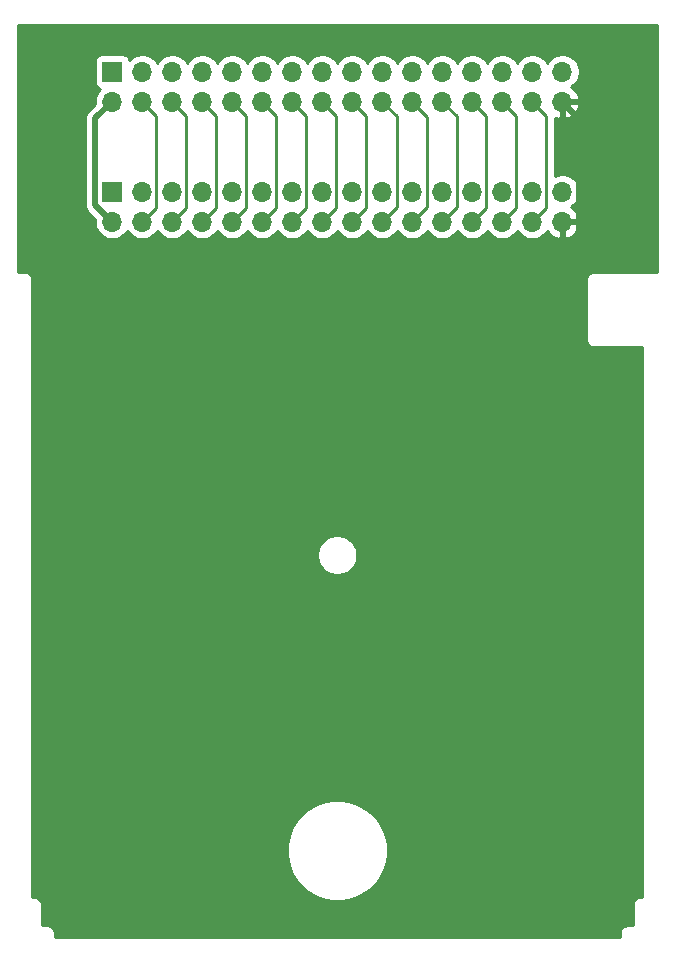
<source format=gbl>
%TF.GenerationSoftware,KiCad,Pcbnew,(5.1.10-1-10_14)*%
%TF.CreationDate,2023-04-29T19:49:45+08:00*%
%TF.ProjectId,GB_DevCartExtender_Mainboard,47425f44-6576-4436-9172-74457874656e,1.0*%
%TF.SameCoordinates,Original*%
%TF.FileFunction,Copper,L2,Bot*%
%TF.FilePolarity,Positive*%
%FSLAX46Y46*%
G04 Gerber Fmt 4.6, Leading zero omitted, Abs format (unit mm)*
G04 Created by KiCad (PCBNEW (5.1.10-1-10_14)) date 2023-04-29 19:49:45*
%MOMM*%
%LPD*%
G01*
G04 APERTURE LIST*
%TA.AperFunction,ComponentPad*%
%ADD10O,1.700000X1.700000*%
%TD*%
%TA.AperFunction,ComponentPad*%
%ADD11R,1.700000X1.700000*%
%TD*%
%TA.AperFunction,ViaPad*%
%ADD12C,0.800000*%
%TD*%
%TA.AperFunction,Conductor*%
%ADD13C,0.500000*%
%TD*%
%TA.AperFunction,Conductor*%
%ADD14C,0.250000*%
%TD*%
%TA.AperFunction,Conductor*%
%ADD15C,0.254000*%
%TD*%
%TA.AperFunction,Conductor*%
%ADD16C,0.100000*%
%TD*%
G04 APERTURE END LIST*
D10*
%TO.P,J5,32*%
%TO.N,GND*%
X108650000Y-76500000D03*
%TO.P,J5,31*%
%TO.N,/AAudioIn*%
X108650000Y-73960000D03*
%TO.P,J5,30*%
%TO.N,/~ARST*%
X106110000Y-76500000D03*
%TO.P,J5,29*%
%TO.N,/AD7*%
X106110000Y-73960000D03*
%TO.P,J5,28*%
%TO.N,/AD6*%
X103570000Y-76500000D03*
%TO.P,J5,27*%
%TO.N,/AD5*%
X103570000Y-73960000D03*
%TO.P,J5,26*%
%TO.N,/AD4*%
X101030000Y-76500000D03*
%TO.P,J5,25*%
%TO.N,/AD3*%
X101030000Y-73960000D03*
%TO.P,J5,24*%
%TO.N,/AD2*%
X98490000Y-76500000D03*
%TO.P,J5,23*%
%TO.N,/AD1*%
X98490000Y-73960000D03*
%TO.P,J5,22*%
%TO.N,/AD0*%
X95950000Y-76500000D03*
%TO.P,J5,21*%
%TO.N,/AA15*%
X95950000Y-73960000D03*
%TO.P,J5,20*%
%TO.N,/AA14*%
X93410000Y-76500000D03*
%TO.P,J5,19*%
%TO.N,/AA13*%
X93410000Y-73960000D03*
%TO.P,J5,18*%
%TO.N,/AA12*%
X90870000Y-76500000D03*
%TO.P,J5,17*%
%TO.N,/AA11*%
X90870000Y-73960000D03*
%TO.P,J5,16*%
%TO.N,/AA10*%
X88330000Y-76500000D03*
%TO.P,J5,15*%
%TO.N,/AA9*%
X88330000Y-73960000D03*
%TO.P,J5,14*%
%TO.N,/AA8*%
X85790000Y-76500000D03*
%TO.P,J5,13*%
%TO.N,/AA7*%
X85790000Y-73960000D03*
%TO.P,J5,12*%
%TO.N,/AA6*%
X83250000Y-76500000D03*
%TO.P,J5,11*%
%TO.N,/AA5*%
X83250000Y-73960000D03*
%TO.P,J5,10*%
%TO.N,/AA4*%
X80710000Y-76500000D03*
%TO.P,J5,9*%
%TO.N,/AA3*%
X80710000Y-73960000D03*
%TO.P,J5,8*%
%TO.N,/AA2*%
X78170000Y-76500000D03*
%TO.P,J5,7*%
%TO.N,/AA1*%
X78170000Y-73960000D03*
%TO.P,J5,6*%
%TO.N,/AA0*%
X75630000Y-76500000D03*
%TO.P,J5,5*%
%TO.N,/~ASRAM_CS*%
X75630000Y-73960000D03*
%TO.P,J5,4*%
%TO.N,/~ARD*%
X73090000Y-76500000D03*
%TO.P,J5,3*%
%TO.N,/~AWR*%
X73090000Y-73960000D03*
%TO.P,J5,2*%
%TO.N,/ACLK*%
X70550000Y-76500000D03*
D11*
%TO.P,J5,1*%
%TO.N,+5V*%
X70550000Y-73960000D03*
%TD*%
D10*
%TO.P,J4,32*%
%TO.N,GND*%
X108650000Y-86660000D03*
%TO.P,J4,31*%
%TO.N,/AAudioIn*%
X108650000Y-84120000D03*
%TO.P,J4,30*%
%TO.N,/~ARST*%
X106110000Y-86660000D03*
%TO.P,J4,29*%
%TO.N,/AD7*%
X106110000Y-84120000D03*
%TO.P,J4,28*%
%TO.N,/AD6*%
X103570000Y-86660000D03*
%TO.P,J4,27*%
%TO.N,/AD5*%
X103570000Y-84120000D03*
%TO.P,J4,26*%
%TO.N,/AD4*%
X101030000Y-86660000D03*
%TO.P,J4,25*%
%TO.N,/AD3*%
X101030000Y-84120000D03*
%TO.P,J4,24*%
%TO.N,/AD2*%
X98490000Y-86660000D03*
%TO.P,J4,23*%
%TO.N,/AD1*%
X98490000Y-84120000D03*
%TO.P,J4,22*%
%TO.N,/AD0*%
X95950000Y-86660000D03*
%TO.P,J4,21*%
%TO.N,/AA15*%
X95950000Y-84120000D03*
%TO.P,J4,20*%
%TO.N,/AA14*%
X93410000Y-86660000D03*
%TO.P,J4,19*%
%TO.N,/AA13*%
X93410000Y-84120000D03*
%TO.P,J4,18*%
%TO.N,/AA12*%
X90870000Y-86660000D03*
%TO.P,J4,17*%
%TO.N,/AA11*%
X90870000Y-84120000D03*
%TO.P,J4,16*%
%TO.N,/AA10*%
X88330000Y-86660000D03*
%TO.P,J4,15*%
%TO.N,/AA9*%
X88330000Y-84120000D03*
%TO.P,J4,14*%
%TO.N,/AA8*%
X85790000Y-86660000D03*
%TO.P,J4,13*%
%TO.N,/AA7*%
X85790000Y-84120000D03*
%TO.P,J4,12*%
%TO.N,/AA6*%
X83250000Y-86660000D03*
%TO.P,J4,11*%
%TO.N,/AA5*%
X83250000Y-84120000D03*
%TO.P,J4,10*%
%TO.N,/AA4*%
X80710000Y-86660000D03*
%TO.P,J4,9*%
%TO.N,/AA3*%
X80710000Y-84120000D03*
%TO.P,J4,8*%
%TO.N,/AA2*%
X78170000Y-86660000D03*
%TO.P,J4,7*%
%TO.N,/AA1*%
X78170000Y-84120000D03*
%TO.P,J4,6*%
%TO.N,/AA0*%
X75630000Y-86660000D03*
%TO.P,J4,5*%
%TO.N,/~ASRAM_CS*%
X75630000Y-84120000D03*
%TO.P,J4,4*%
%TO.N,/~ARD*%
X73090000Y-86660000D03*
%TO.P,J4,3*%
%TO.N,/~AWR*%
X73090000Y-84120000D03*
%TO.P,J4,2*%
%TO.N,/ACLK*%
X70550000Y-86660000D03*
D11*
%TO.P,J4,1*%
%TO.N,+5V*%
X70550000Y-84120000D03*
%TD*%
D12*
%TO.N,GND*%
X113000000Y-99549300D03*
%TD*%
D13*
%TO.N,GND*%
X113000000Y-99549300D02*
X110093300Y-96642600D01*
X110093300Y-96642600D02*
X110093300Y-86660000D01*
X110000100Y-86660000D02*
X110093300Y-86660000D01*
X108650000Y-86660000D02*
X110000100Y-86660000D01*
X110093300Y-77943300D02*
X108650000Y-76500000D01*
X110093300Y-86660000D02*
X110093300Y-77943300D01*
D14*
%TO.N,/~ARST*%
X107295200Y-77685200D02*
X106110000Y-76500000D01*
X107295200Y-85474800D02*
X107295200Y-77685200D01*
X106110000Y-86660000D02*
X107295200Y-85474800D01*
%TO.N,/AD6*%
X104764200Y-77694200D02*
X103570000Y-76500000D01*
X104764200Y-85465800D02*
X104764200Y-77694200D01*
X103570000Y-86660000D02*
X104764200Y-85465800D01*
%TO.N,/AD4*%
X102220600Y-77690600D02*
X102220600Y-85469400D01*
X101030000Y-76500000D02*
X102220600Y-77690600D01*
X101030000Y-86660000D02*
X102220600Y-85469400D01*
%TO.N,/AD2*%
X98490000Y-86660000D02*
X99700000Y-85450000D01*
X99700000Y-77710000D02*
X98490000Y-76500000D01*
X99700000Y-85450000D02*
X99700000Y-77710000D01*
%TO.N,/AD0*%
X95950000Y-86660000D02*
X97210000Y-85400000D01*
X97210000Y-77760000D02*
X95950000Y-76500000D01*
X97210000Y-85400000D02*
X97210000Y-77760000D01*
%TO.N,/AA14*%
X93410000Y-86660000D02*
X94650000Y-85420000D01*
X94650000Y-77740000D02*
X93410000Y-76500000D01*
X94650000Y-85420000D02*
X94650000Y-77740000D01*
%TO.N,/AA12*%
X92064200Y-85465800D02*
X90870000Y-86660000D01*
X92064200Y-77694200D02*
X92064200Y-85465800D01*
X90870000Y-76500000D02*
X92064200Y-77694200D01*
%TO.N,/AA10*%
X89524200Y-77694200D02*
X89524200Y-85465800D01*
X89524200Y-85465800D02*
X88330000Y-86660000D01*
X88330000Y-76500000D02*
X89524200Y-77694200D01*
%TO.N,/AA8*%
X86984200Y-85465800D02*
X85790000Y-86660000D01*
X86984200Y-77694200D02*
X86984200Y-85465800D01*
X85790000Y-76500000D02*
X86984200Y-77694200D01*
%TO.N,/AA6*%
X84444200Y-85465800D02*
X83250000Y-86660000D01*
X84444200Y-77694200D02*
X84444200Y-85465800D01*
X83250000Y-76500000D02*
X84444200Y-77694200D01*
%TO.N,/AA4*%
X81904200Y-85465800D02*
X80710000Y-86660000D01*
X81904200Y-77694200D02*
X81904200Y-85465800D01*
X80710000Y-76500000D02*
X81904200Y-77694200D01*
%TO.N,/AA2*%
X79364200Y-77694200D02*
X79364200Y-85465800D01*
X79364200Y-85465800D02*
X78170000Y-86660000D01*
X78170000Y-76500000D02*
X79364200Y-77694200D01*
%TO.N,/AA0*%
X76824200Y-85465800D02*
X75630000Y-86660000D01*
X76824200Y-77694200D02*
X76824200Y-85465800D01*
X75630000Y-76500000D02*
X76824200Y-77694200D01*
%TO.N,/~ARD*%
X74280600Y-85469400D02*
X73090000Y-86660000D01*
X74280600Y-77690600D02*
X74280600Y-85469400D01*
X73090000Y-76500000D02*
X74280600Y-77690600D01*
D13*
%TO.N,/ACLK*%
X69129900Y-77920100D02*
X70550000Y-76500000D01*
X69129900Y-85239900D02*
X69129900Y-77920100D01*
X70550000Y-86660000D02*
X69129900Y-85239900D01*
%TD*%
D15*
%TO.N,GND*%
X116665001Y-90915000D02*
X111383647Y-90915000D01*
X111350000Y-90911686D01*
X111316353Y-90915000D01*
X111215717Y-90924912D01*
X111086594Y-90964081D01*
X110967593Y-91027688D01*
X110863289Y-91113289D01*
X110777688Y-91217593D01*
X110714081Y-91336594D01*
X110674912Y-91465717D01*
X110661686Y-91600000D01*
X110665000Y-91633646D01*
X110665000Y-92066354D01*
X110665001Y-96566343D01*
X110661686Y-96600000D01*
X110674912Y-96734283D01*
X110714081Y-96863406D01*
X110777688Y-96982407D01*
X110863289Y-97086711D01*
X110967593Y-97172312D01*
X111004094Y-97191822D01*
X111007667Y-97203601D01*
X111019403Y-97225557D01*
X111035197Y-97244803D01*
X111054443Y-97260597D01*
X111076399Y-97272333D01*
X111100224Y-97279560D01*
X111125000Y-97282000D01*
X111285894Y-97282000D01*
X111316353Y-97285000D01*
X111350000Y-97288314D01*
X111383647Y-97285000D01*
X115415000Y-97285000D01*
X115415001Y-143815000D01*
X115333647Y-143815000D01*
X115300000Y-143811686D01*
X115266353Y-143815000D01*
X115165717Y-143824912D01*
X115036594Y-143864081D01*
X114917593Y-143927688D01*
X114813289Y-144013289D01*
X114727688Y-144117593D01*
X114664081Y-144236594D01*
X114624912Y-144365717D01*
X114611686Y-144500000D01*
X114615001Y-144533657D01*
X114615000Y-146215000D01*
X114233647Y-146215000D01*
X114200000Y-146211686D01*
X114166353Y-146215000D01*
X114065717Y-146224912D01*
X113936594Y-146264081D01*
X113817593Y-146327688D01*
X113713289Y-146413289D01*
X113627688Y-146517593D01*
X113594733Y-146579248D01*
X113594443Y-146579403D01*
X113575197Y-146595197D01*
X113559403Y-146614443D01*
X113547667Y-146636399D01*
X113540440Y-146660224D01*
X113538000Y-146685000D01*
X113538000Y-146722572D01*
X113524912Y-146765717D01*
X113511686Y-146900000D01*
X113515001Y-146933657D01*
X113515001Y-147193000D01*
X65685000Y-147193000D01*
X65685000Y-146933646D01*
X65688314Y-146900000D01*
X65675088Y-146765717D01*
X65635919Y-146636594D01*
X65572312Y-146517593D01*
X65486711Y-146413289D01*
X65382407Y-146327688D01*
X65263406Y-146264081D01*
X65134283Y-146224912D01*
X65033647Y-146215000D01*
X65000000Y-146211686D01*
X64966353Y-146215000D01*
X64585000Y-146215000D01*
X64585000Y-144533646D01*
X64588314Y-144500000D01*
X64575088Y-144365717D01*
X64535919Y-144236594D01*
X64472312Y-144117593D01*
X64386711Y-144013289D01*
X64282407Y-143927688D01*
X64163406Y-143864081D01*
X64034283Y-143824912D01*
X63933647Y-143815000D01*
X63900000Y-143811686D01*
X63866353Y-143815000D01*
X63785000Y-143815000D01*
X63785000Y-139478036D01*
X85315730Y-139478036D01*
X85315730Y-140321964D01*
X85480372Y-141149676D01*
X85803329Y-141929363D01*
X86272190Y-142631063D01*
X86868937Y-143227810D01*
X87570637Y-143696671D01*
X88350324Y-144019628D01*
X89178036Y-144184270D01*
X90021964Y-144184270D01*
X90849676Y-144019628D01*
X91629363Y-143696671D01*
X92331063Y-143227810D01*
X92927810Y-142631063D01*
X93396671Y-141929363D01*
X93719628Y-141149676D01*
X93884270Y-140321964D01*
X93884270Y-139478036D01*
X93719628Y-138650324D01*
X93396671Y-137870637D01*
X92927810Y-137168937D01*
X92331063Y-136572190D01*
X91629363Y-136103329D01*
X90849676Y-135780372D01*
X90021964Y-135615730D01*
X89178036Y-135615730D01*
X88350324Y-135780372D01*
X87570637Y-136103329D01*
X86868937Y-136572190D01*
X86272190Y-137168937D01*
X85803329Y-137870637D01*
X85480372Y-138650324D01*
X85315730Y-139478036D01*
X63785000Y-139478036D01*
X63785000Y-114732881D01*
X87903210Y-114732881D01*
X87903210Y-115067119D01*
X87968417Y-115394935D01*
X88096324Y-115703731D01*
X88282017Y-115981641D01*
X88518359Y-116217983D01*
X88796269Y-116403676D01*
X89105065Y-116531583D01*
X89432881Y-116596790D01*
X89767119Y-116596790D01*
X90094935Y-116531583D01*
X90403731Y-116403676D01*
X90681641Y-116217983D01*
X90917983Y-115981641D01*
X91103676Y-115703731D01*
X91231583Y-115394935D01*
X91296790Y-115067119D01*
X91296790Y-114732881D01*
X91231583Y-114405065D01*
X91103676Y-114096269D01*
X90917983Y-113818359D01*
X90681641Y-113582017D01*
X90403731Y-113396324D01*
X90094935Y-113268417D01*
X89767119Y-113203210D01*
X89432881Y-113203210D01*
X89105065Y-113268417D01*
X88796269Y-113396324D01*
X88518359Y-113582017D01*
X88282017Y-113818359D01*
X88096324Y-114096269D01*
X87968417Y-114405065D01*
X87903210Y-114732881D01*
X63785000Y-114732881D01*
X63785000Y-91633646D01*
X63788314Y-91600000D01*
X63775088Y-91465717D01*
X63735919Y-91336594D01*
X63672312Y-91217593D01*
X63586711Y-91113289D01*
X63482407Y-91027688D01*
X63363406Y-90964081D01*
X63234283Y-90924912D01*
X63133647Y-90915000D01*
X63100000Y-90911686D01*
X63066353Y-90915000D01*
X62535000Y-90915000D01*
X62535000Y-77920100D01*
X68240619Y-77920100D01*
X68244901Y-77963579D01*
X68244900Y-85196431D01*
X68240619Y-85239900D01*
X68244900Y-85283369D01*
X68244900Y-85283376D01*
X68257705Y-85413389D01*
X68308311Y-85580212D01*
X68390489Y-85733958D01*
X68501083Y-85868717D01*
X68534856Y-85896434D01*
X69079461Y-86441040D01*
X69065000Y-86513740D01*
X69065000Y-86806260D01*
X69122068Y-87093158D01*
X69234010Y-87363411D01*
X69396525Y-87606632D01*
X69603368Y-87813475D01*
X69846589Y-87975990D01*
X70116842Y-88087932D01*
X70403740Y-88145000D01*
X70696260Y-88145000D01*
X70983158Y-88087932D01*
X71253411Y-87975990D01*
X71496632Y-87813475D01*
X71703475Y-87606632D01*
X71820000Y-87432240D01*
X71936525Y-87606632D01*
X72143368Y-87813475D01*
X72386589Y-87975990D01*
X72656842Y-88087932D01*
X72943740Y-88145000D01*
X73236260Y-88145000D01*
X73523158Y-88087932D01*
X73793411Y-87975990D01*
X74036632Y-87813475D01*
X74243475Y-87606632D01*
X74360000Y-87432240D01*
X74476525Y-87606632D01*
X74683368Y-87813475D01*
X74926589Y-87975990D01*
X75196842Y-88087932D01*
X75483740Y-88145000D01*
X75776260Y-88145000D01*
X76063158Y-88087932D01*
X76333411Y-87975990D01*
X76576632Y-87813475D01*
X76783475Y-87606632D01*
X76900000Y-87432240D01*
X77016525Y-87606632D01*
X77223368Y-87813475D01*
X77466589Y-87975990D01*
X77736842Y-88087932D01*
X78023740Y-88145000D01*
X78316260Y-88145000D01*
X78603158Y-88087932D01*
X78873411Y-87975990D01*
X79116632Y-87813475D01*
X79323475Y-87606632D01*
X79440000Y-87432240D01*
X79556525Y-87606632D01*
X79763368Y-87813475D01*
X80006589Y-87975990D01*
X80276842Y-88087932D01*
X80563740Y-88145000D01*
X80856260Y-88145000D01*
X81143158Y-88087932D01*
X81413411Y-87975990D01*
X81656632Y-87813475D01*
X81863475Y-87606632D01*
X81980000Y-87432240D01*
X82096525Y-87606632D01*
X82303368Y-87813475D01*
X82546589Y-87975990D01*
X82816842Y-88087932D01*
X83103740Y-88145000D01*
X83396260Y-88145000D01*
X83683158Y-88087932D01*
X83953411Y-87975990D01*
X84196632Y-87813475D01*
X84403475Y-87606632D01*
X84520000Y-87432240D01*
X84636525Y-87606632D01*
X84843368Y-87813475D01*
X85086589Y-87975990D01*
X85356842Y-88087932D01*
X85643740Y-88145000D01*
X85936260Y-88145000D01*
X86223158Y-88087932D01*
X86493411Y-87975990D01*
X86736632Y-87813475D01*
X86943475Y-87606632D01*
X87060000Y-87432240D01*
X87176525Y-87606632D01*
X87383368Y-87813475D01*
X87626589Y-87975990D01*
X87896842Y-88087932D01*
X88183740Y-88145000D01*
X88476260Y-88145000D01*
X88763158Y-88087932D01*
X89033411Y-87975990D01*
X89276632Y-87813475D01*
X89483475Y-87606632D01*
X89600000Y-87432240D01*
X89716525Y-87606632D01*
X89923368Y-87813475D01*
X90166589Y-87975990D01*
X90436842Y-88087932D01*
X90723740Y-88145000D01*
X91016260Y-88145000D01*
X91303158Y-88087932D01*
X91573411Y-87975990D01*
X91816632Y-87813475D01*
X92023475Y-87606632D01*
X92140000Y-87432240D01*
X92256525Y-87606632D01*
X92463368Y-87813475D01*
X92706589Y-87975990D01*
X92976842Y-88087932D01*
X93263740Y-88145000D01*
X93556260Y-88145000D01*
X93843158Y-88087932D01*
X94113411Y-87975990D01*
X94356632Y-87813475D01*
X94563475Y-87606632D01*
X94680000Y-87432240D01*
X94796525Y-87606632D01*
X95003368Y-87813475D01*
X95246589Y-87975990D01*
X95516842Y-88087932D01*
X95803740Y-88145000D01*
X96096260Y-88145000D01*
X96383158Y-88087932D01*
X96653411Y-87975990D01*
X96896632Y-87813475D01*
X97103475Y-87606632D01*
X97220000Y-87432240D01*
X97336525Y-87606632D01*
X97543368Y-87813475D01*
X97786589Y-87975990D01*
X98056842Y-88087932D01*
X98343740Y-88145000D01*
X98636260Y-88145000D01*
X98923158Y-88087932D01*
X99193411Y-87975990D01*
X99436632Y-87813475D01*
X99643475Y-87606632D01*
X99760000Y-87432240D01*
X99876525Y-87606632D01*
X100083368Y-87813475D01*
X100326589Y-87975990D01*
X100596842Y-88087932D01*
X100883740Y-88145000D01*
X101176260Y-88145000D01*
X101463158Y-88087932D01*
X101733411Y-87975990D01*
X101976632Y-87813475D01*
X102183475Y-87606632D01*
X102300000Y-87432240D01*
X102416525Y-87606632D01*
X102623368Y-87813475D01*
X102866589Y-87975990D01*
X103136842Y-88087932D01*
X103423740Y-88145000D01*
X103716260Y-88145000D01*
X104003158Y-88087932D01*
X104273411Y-87975990D01*
X104516632Y-87813475D01*
X104723475Y-87606632D01*
X104840000Y-87432240D01*
X104956525Y-87606632D01*
X105163368Y-87813475D01*
X105406589Y-87975990D01*
X105676842Y-88087932D01*
X105963740Y-88145000D01*
X106256260Y-88145000D01*
X106543158Y-88087932D01*
X106813411Y-87975990D01*
X107056632Y-87813475D01*
X107263475Y-87606632D01*
X107385195Y-87424466D01*
X107454822Y-87541355D01*
X107649731Y-87757588D01*
X107883080Y-87931641D01*
X108145901Y-88056825D01*
X108293110Y-88101476D01*
X108523000Y-87980155D01*
X108523000Y-86787000D01*
X108777000Y-86787000D01*
X108777000Y-87980155D01*
X109006890Y-88101476D01*
X109154099Y-88056825D01*
X109416920Y-87931641D01*
X109650269Y-87757588D01*
X109845178Y-87541355D01*
X109994157Y-87291252D01*
X110091481Y-87016891D01*
X109970814Y-86787000D01*
X108777000Y-86787000D01*
X108523000Y-86787000D01*
X108503000Y-86787000D01*
X108503000Y-86533000D01*
X108523000Y-86533000D01*
X108523000Y-86513000D01*
X108777000Y-86513000D01*
X108777000Y-86533000D01*
X109970814Y-86533000D01*
X110091481Y-86303109D01*
X109994157Y-86028748D01*
X109845178Y-85778645D01*
X109650269Y-85562412D01*
X109420594Y-85391100D01*
X109596632Y-85273475D01*
X109803475Y-85066632D01*
X109965990Y-84823411D01*
X110077932Y-84553158D01*
X110135000Y-84266260D01*
X110135000Y-83973740D01*
X110077932Y-83686842D01*
X109965990Y-83416589D01*
X109803475Y-83173368D01*
X109596632Y-82966525D01*
X109353411Y-82804010D01*
X109083158Y-82692068D01*
X108796260Y-82635000D01*
X108503740Y-82635000D01*
X108216842Y-82692068D01*
X108055200Y-82759022D01*
X108055200Y-77853623D01*
X108145901Y-77896825D01*
X108293110Y-77941476D01*
X108523000Y-77820155D01*
X108523000Y-76627000D01*
X108777000Y-76627000D01*
X108777000Y-77820155D01*
X109006890Y-77941476D01*
X109154099Y-77896825D01*
X109416920Y-77771641D01*
X109650269Y-77597588D01*
X109845178Y-77381355D01*
X109994157Y-77131252D01*
X110091481Y-76856891D01*
X109970814Y-76627000D01*
X108777000Y-76627000D01*
X108523000Y-76627000D01*
X108503000Y-76627000D01*
X108503000Y-76373000D01*
X108523000Y-76373000D01*
X108523000Y-76353000D01*
X108777000Y-76353000D01*
X108777000Y-76373000D01*
X109970814Y-76373000D01*
X110091481Y-76143109D01*
X109994157Y-75868748D01*
X109845178Y-75618645D01*
X109650269Y-75402412D01*
X109420594Y-75231100D01*
X109596632Y-75113475D01*
X109803475Y-74906632D01*
X109965990Y-74663411D01*
X110077932Y-74393158D01*
X110135000Y-74106260D01*
X110135000Y-73813740D01*
X110077932Y-73526842D01*
X109965990Y-73256589D01*
X109803475Y-73013368D01*
X109596632Y-72806525D01*
X109353411Y-72644010D01*
X109083158Y-72532068D01*
X108796260Y-72475000D01*
X108503740Y-72475000D01*
X108216842Y-72532068D01*
X107946589Y-72644010D01*
X107703368Y-72806525D01*
X107496525Y-73013368D01*
X107380000Y-73187760D01*
X107263475Y-73013368D01*
X107056632Y-72806525D01*
X106813411Y-72644010D01*
X106543158Y-72532068D01*
X106256260Y-72475000D01*
X105963740Y-72475000D01*
X105676842Y-72532068D01*
X105406589Y-72644010D01*
X105163368Y-72806525D01*
X104956525Y-73013368D01*
X104840000Y-73187760D01*
X104723475Y-73013368D01*
X104516632Y-72806525D01*
X104273411Y-72644010D01*
X104003158Y-72532068D01*
X103716260Y-72475000D01*
X103423740Y-72475000D01*
X103136842Y-72532068D01*
X102866589Y-72644010D01*
X102623368Y-72806525D01*
X102416525Y-73013368D01*
X102300000Y-73187760D01*
X102183475Y-73013368D01*
X101976632Y-72806525D01*
X101733411Y-72644010D01*
X101463158Y-72532068D01*
X101176260Y-72475000D01*
X100883740Y-72475000D01*
X100596842Y-72532068D01*
X100326589Y-72644010D01*
X100083368Y-72806525D01*
X99876525Y-73013368D01*
X99760000Y-73187760D01*
X99643475Y-73013368D01*
X99436632Y-72806525D01*
X99193411Y-72644010D01*
X98923158Y-72532068D01*
X98636260Y-72475000D01*
X98343740Y-72475000D01*
X98056842Y-72532068D01*
X97786589Y-72644010D01*
X97543368Y-72806525D01*
X97336525Y-73013368D01*
X97220000Y-73187760D01*
X97103475Y-73013368D01*
X96896632Y-72806525D01*
X96653411Y-72644010D01*
X96383158Y-72532068D01*
X96096260Y-72475000D01*
X95803740Y-72475000D01*
X95516842Y-72532068D01*
X95246589Y-72644010D01*
X95003368Y-72806525D01*
X94796525Y-73013368D01*
X94680000Y-73187760D01*
X94563475Y-73013368D01*
X94356632Y-72806525D01*
X94113411Y-72644010D01*
X93843158Y-72532068D01*
X93556260Y-72475000D01*
X93263740Y-72475000D01*
X92976842Y-72532068D01*
X92706589Y-72644010D01*
X92463368Y-72806525D01*
X92256525Y-73013368D01*
X92140000Y-73187760D01*
X92023475Y-73013368D01*
X91816632Y-72806525D01*
X91573411Y-72644010D01*
X91303158Y-72532068D01*
X91016260Y-72475000D01*
X90723740Y-72475000D01*
X90436842Y-72532068D01*
X90166589Y-72644010D01*
X89923368Y-72806525D01*
X89716525Y-73013368D01*
X89600000Y-73187760D01*
X89483475Y-73013368D01*
X89276632Y-72806525D01*
X89033411Y-72644010D01*
X88763158Y-72532068D01*
X88476260Y-72475000D01*
X88183740Y-72475000D01*
X87896842Y-72532068D01*
X87626589Y-72644010D01*
X87383368Y-72806525D01*
X87176525Y-73013368D01*
X87060000Y-73187760D01*
X86943475Y-73013368D01*
X86736632Y-72806525D01*
X86493411Y-72644010D01*
X86223158Y-72532068D01*
X85936260Y-72475000D01*
X85643740Y-72475000D01*
X85356842Y-72532068D01*
X85086589Y-72644010D01*
X84843368Y-72806525D01*
X84636525Y-73013368D01*
X84520000Y-73187760D01*
X84403475Y-73013368D01*
X84196632Y-72806525D01*
X83953411Y-72644010D01*
X83683158Y-72532068D01*
X83396260Y-72475000D01*
X83103740Y-72475000D01*
X82816842Y-72532068D01*
X82546589Y-72644010D01*
X82303368Y-72806525D01*
X82096525Y-73013368D01*
X81980000Y-73187760D01*
X81863475Y-73013368D01*
X81656632Y-72806525D01*
X81413411Y-72644010D01*
X81143158Y-72532068D01*
X80856260Y-72475000D01*
X80563740Y-72475000D01*
X80276842Y-72532068D01*
X80006589Y-72644010D01*
X79763368Y-72806525D01*
X79556525Y-73013368D01*
X79440000Y-73187760D01*
X79323475Y-73013368D01*
X79116632Y-72806525D01*
X78873411Y-72644010D01*
X78603158Y-72532068D01*
X78316260Y-72475000D01*
X78023740Y-72475000D01*
X77736842Y-72532068D01*
X77466589Y-72644010D01*
X77223368Y-72806525D01*
X77016525Y-73013368D01*
X76900000Y-73187760D01*
X76783475Y-73013368D01*
X76576632Y-72806525D01*
X76333411Y-72644010D01*
X76063158Y-72532068D01*
X75776260Y-72475000D01*
X75483740Y-72475000D01*
X75196842Y-72532068D01*
X74926589Y-72644010D01*
X74683368Y-72806525D01*
X74476525Y-73013368D01*
X74360000Y-73187760D01*
X74243475Y-73013368D01*
X74036632Y-72806525D01*
X73793411Y-72644010D01*
X73523158Y-72532068D01*
X73236260Y-72475000D01*
X72943740Y-72475000D01*
X72656842Y-72532068D01*
X72386589Y-72644010D01*
X72143368Y-72806525D01*
X72011513Y-72938380D01*
X71989502Y-72865820D01*
X71930537Y-72755506D01*
X71851185Y-72658815D01*
X71754494Y-72579463D01*
X71644180Y-72520498D01*
X71524482Y-72484188D01*
X71400000Y-72471928D01*
X69700000Y-72471928D01*
X69575518Y-72484188D01*
X69455820Y-72520498D01*
X69345506Y-72579463D01*
X69248815Y-72658815D01*
X69169463Y-72755506D01*
X69110498Y-72865820D01*
X69074188Y-72985518D01*
X69061928Y-73110000D01*
X69061928Y-74810000D01*
X69074188Y-74934482D01*
X69110498Y-75054180D01*
X69169463Y-75164494D01*
X69248815Y-75261185D01*
X69345506Y-75340537D01*
X69455820Y-75399502D01*
X69528380Y-75421513D01*
X69396525Y-75553368D01*
X69234010Y-75796589D01*
X69122068Y-76066842D01*
X69065000Y-76353740D01*
X69065000Y-76646260D01*
X69079461Y-76718960D01*
X68534851Y-77263571D01*
X68501084Y-77291283D01*
X68473371Y-77325051D01*
X68473368Y-77325054D01*
X68390490Y-77426041D01*
X68308312Y-77579787D01*
X68257705Y-77746610D01*
X68240619Y-77920100D01*
X62535000Y-77920100D01*
X62535000Y-69977000D01*
X116665000Y-69977000D01*
X116665001Y-90915000D01*
%TA.AperFunction,Conductor*%
D16*
G36*
X116665001Y-90915000D02*
G01*
X111383647Y-90915000D01*
X111350000Y-90911686D01*
X111316353Y-90915000D01*
X111215717Y-90924912D01*
X111086594Y-90964081D01*
X110967593Y-91027688D01*
X110863289Y-91113289D01*
X110777688Y-91217593D01*
X110714081Y-91336594D01*
X110674912Y-91465717D01*
X110661686Y-91600000D01*
X110665000Y-91633646D01*
X110665000Y-92066354D01*
X110665001Y-96566343D01*
X110661686Y-96600000D01*
X110674912Y-96734283D01*
X110714081Y-96863406D01*
X110777688Y-96982407D01*
X110863289Y-97086711D01*
X110967593Y-97172312D01*
X111004094Y-97191822D01*
X111007667Y-97203601D01*
X111019403Y-97225557D01*
X111035197Y-97244803D01*
X111054443Y-97260597D01*
X111076399Y-97272333D01*
X111100224Y-97279560D01*
X111125000Y-97282000D01*
X111285894Y-97282000D01*
X111316353Y-97285000D01*
X111350000Y-97288314D01*
X111383647Y-97285000D01*
X115415000Y-97285000D01*
X115415001Y-143815000D01*
X115333647Y-143815000D01*
X115300000Y-143811686D01*
X115266353Y-143815000D01*
X115165717Y-143824912D01*
X115036594Y-143864081D01*
X114917593Y-143927688D01*
X114813289Y-144013289D01*
X114727688Y-144117593D01*
X114664081Y-144236594D01*
X114624912Y-144365717D01*
X114611686Y-144500000D01*
X114615001Y-144533657D01*
X114615000Y-146215000D01*
X114233647Y-146215000D01*
X114200000Y-146211686D01*
X114166353Y-146215000D01*
X114065717Y-146224912D01*
X113936594Y-146264081D01*
X113817593Y-146327688D01*
X113713289Y-146413289D01*
X113627688Y-146517593D01*
X113594733Y-146579248D01*
X113594443Y-146579403D01*
X113575197Y-146595197D01*
X113559403Y-146614443D01*
X113547667Y-146636399D01*
X113540440Y-146660224D01*
X113538000Y-146685000D01*
X113538000Y-146722572D01*
X113524912Y-146765717D01*
X113511686Y-146900000D01*
X113515001Y-146933657D01*
X113515001Y-147193000D01*
X65685000Y-147193000D01*
X65685000Y-146933646D01*
X65688314Y-146900000D01*
X65675088Y-146765717D01*
X65635919Y-146636594D01*
X65572312Y-146517593D01*
X65486711Y-146413289D01*
X65382407Y-146327688D01*
X65263406Y-146264081D01*
X65134283Y-146224912D01*
X65033647Y-146215000D01*
X65000000Y-146211686D01*
X64966353Y-146215000D01*
X64585000Y-146215000D01*
X64585000Y-144533646D01*
X64588314Y-144500000D01*
X64575088Y-144365717D01*
X64535919Y-144236594D01*
X64472312Y-144117593D01*
X64386711Y-144013289D01*
X64282407Y-143927688D01*
X64163406Y-143864081D01*
X64034283Y-143824912D01*
X63933647Y-143815000D01*
X63900000Y-143811686D01*
X63866353Y-143815000D01*
X63785000Y-143815000D01*
X63785000Y-139478036D01*
X85315730Y-139478036D01*
X85315730Y-140321964D01*
X85480372Y-141149676D01*
X85803329Y-141929363D01*
X86272190Y-142631063D01*
X86868937Y-143227810D01*
X87570637Y-143696671D01*
X88350324Y-144019628D01*
X89178036Y-144184270D01*
X90021964Y-144184270D01*
X90849676Y-144019628D01*
X91629363Y-143696671D01*
X92331063Y-143227810D01*
X92927810Y-142631063D01*
X93396671Y-141929363D01*
X93719628Y-141149676D01*
X93884270Y-140321964D01*
X93884270Y-139478036D01*
X93719628Y-138650324D01*
X93396671Y-137870637D01*
X92927810Y-137168937D01*
X92331063Y-136572190D01*
X91629363Y-136103329D01*
X90849676Y-135780372D01*
X90021964Y-135615730D01*
X89178036Y-135615730D01*
X88350324Y-135780372D01*
X87570637Y-136103329D01*
X86868937Y-136572190D01*
X86272190Y-137168937D01*
X85803329Y-137870637D01*
X85480372Y-138650324D01*
X85315730Y-139478036D01*
X63785000Y-139478036D01*
X63785000Y-114732881D01*
X87903210Y-114732881D01*
X87903210Y-115067119D01*
X87968417Y-115394935D01*
X88096324Y-115703731D01*
X88282017Y-115981641D01*
X88518359Y-116217983D01*
X88796269Y-116403676D01*
X89105065Y-116531583D01*
X89432881Y-116596790D01*
X89767119Y-116596790D01*
X90094935Y-116531583D01*
X90403731Y-116403676D01*
X90681641Y-116217983D01*
X90917983Y-115981641D01*
X91103676Y-115703731D01*
X91231583Y-115394935D01*
X91296790Y-115067119D01*
X91296790Y-114732881D01*
X91231583Y-114405065D01*
X91103676Y-114096269D01*
X90917983Y-113818359D01*
X90681641Y-113582017D01*
X90403731Y-113396324D01*
X90094935Y-113268417D01*
X89767119Y-113203210D01*
X89432881Y-113203210D01*
X89105065Y-113268417D01*
X88796269Y-113396324D01*
X88518359Y-113582017D01*
X88282017Y-113818359D01*
X88096324Y-114096269D01*
X87968417Y-114405065D01*
X87903210Y-114732881D01*
X63785000Y-114732881D01*
X63785000Y-91633646D01*
X63788314Y-91600000D01*
X63775088Y-91465717D01*
X63735919Y-91336594D01*
X63672312Y-91217593D01*
X63586711Y-91113289D01*
X63482407Y-91027688D01*
X63363406Y-90964081D01*
X63234283Y-90924912D01*
X63133647Y-90915000D01*
X63100000Y-90911686D01*
X63066353Y-90915000D01*
X62535000Y-90915000D01*
X62535000Y-77920100D01*
X68240619Y-77920100D01*
X68244901Y-77963579D01*
X68244900Y-85196431D01*
X68240619Y-85239900D01*
X68244900Y-85283369D01*
X68244900Y-85283376D01*
X68257705Y-85413389D01*
X68308311Y-85580212D01*
X68390489Y-85733958D01*
X68501083Y-85868717D01*
X68534856Y-85896434D01*
X69079461Y-86441040D01*
X69065000Y-86513740D01*
X69065000Y-86806260D01*
X69122068Y-87093158D01*
X69234010Y-87363411D01*
X69396525Y-87606632D01*
X69603368Y-87813475D01*
X69846589Y-87975990D01*
X70116842Y-88087932D01*
X70403740Y-88145000D01*
X70696260Y-88145000D01*
X70983158Y-88087932D01*
X71253411Y-87975990D01*
X71496632Y-87813475D01*
X71703475Y-87606632D01*
X71820000Y-87432240D01*
X71936525Y-87606632D01*
X72143368Y-87813475D01*
X72386589Y-87975990D01*
X72656842Y-88087932D01*
X72943740Y-88145000D01*
X73236260Y-88145000D01*
X73523158Y-88087932D01*
X73793411Y-87975990D01*
X74036632Y-87813475D01*
X74243475Y-87606632D01*
X74360000Y-87432240D01*
X74476525Y-87606632D01*
X74683368Y-87813475D01*
X74926589Y-87975990D01*
X75196842Y-88087932D01*
X75483740Y-88145000D01*
X75776260Y-88145000D01*
X76063158Y-88087932D01*
X76333411Y-87975990D01*
X76576632Y-87813475D01*
X76783475Y-87606632D01*
X76900000Y-87432240D01*
X77016525Y-87606632D01*
X77223368Y-87813475D01*
X77466589Y-87975990D01*
X77736842Y-88087932D01*
X78023740Y-88145000D01*
X78316260Y-88145000D01*
X78603158Y-88087932D01*
X78873411Y-87975990D01*
X79116632Y-87813475D01*
X79323475Y-87606632D01*
X79440000Y-87432240D01*
X79556525Y-87606632D01*
X79763368Y-87813475D01*
X80006589Y-87975990D01*
X80276842Y-88087932D01*
X80563740Y-88145000D01*
X80856260Y-88145000D01*
X81143158Y-88087932D01*
X81413411Y-87975990D01*
X81656632Y-87813475D01*
X81863475Y-87606632D01*
X81980000Y-87432240D01*
X82096525Y-87606632D01*
X82303368Y-87813475D01*
X82546589Y-87975990D01*
X82816842Y-88087932D01*
X83103740Y-88145000D01*
X83396260Y-88145000D01*
X83683158Y-88087932D01*
X83953411Y-87975990D01*
X84196632Y-87813475D01*
X84403475Y-87606632D01*
X84520000Y-87432240D01*
X84636525Y-87606632D01*
X84843368Y-87813475D01*
X85086589Y-87975990D01*
X85356842Y-88087932D01*
X85643740Y-88145000D01*
X85936260Y-88145000D01*
X86223158Y-88087932D01*
X86493411Y-87975990D01*
X86736632Y-87813475D01*
X86943475Y-87606632D01*
X87060000Y-87432240D01*
X87176525Y-87606632D01*
X87383368Y-87813475D01*
X87626589Y-87975990D01*
X87896842Y-88087932D01*
X88183740Y-88145000D01*
X88476260Y-88145000D01*
X88763158Y-88087932D01*
X89033411Y-87975990D01*
X89276632Y-87813475D01*
X89483475Y-87606632D01*
X89600000Y-87432240D01*
X89716525Y-87606632D01*
X89923368Y-87813475D01*
X90166589Y-87975990D01*
X90436842Y-88087932D01*
X90723740Y-88145000D01*
X91016260Y-88145000D01*
X91303158Y-88087932D01*
X91573411Y-87975990D01*
X91816632Y-87813475D01*
X92023475Y-87606632D01*
X92140000Y-87432240D01*
X92256525Y-87606632D01*
X92463368Y-87813475D01*
X92706589Y-87975990D01*
X92976842Y-88087932D01*
X93263740Y-88145000D01*
X93556260Y-88145000D01*
X93843158Y-88087932D01*
X94113411Y-87975990D01*
X94356632Y-87813475D01*
X94563475Y-87606632D01*
X94680000Y-87432240D01*
X94796525Y-87606632D01*
X95003368Y-87813475D01*
X95246589Y-87975990D01*
X95516842Y-88087932D01*
X95803740Y-88145000D01*
X96096260Y-88145000D01*
X96383158Y-88087932D01*
X96653411Y-87975990D01*
X96896632Y-87813475D01*
X97103475Y-87606632D01*
X97220000Y-87432240D01*
X97336525Y-87606632D01*
X97543368Y-87813475D01*
X97786589Y-87975990D01*
X98056842Y-88087932D01*
X98343740Y-88145000D01*
X98636260Y-88145000D01*
X98923158Y-88087932D01*
X99193411Y-87975990D01*
X99436632Y-87813475D01*
X99643475Y-87606632D01*
X99760000Y-87432240D01*
X99876525Y-87606632D01*
X100083368Y-87813475D01*
X100326589Y-87975990D01*
X100596842Y-88087932D01*
X100883740Y-88145000D01*
X101176260Y-88145000D01*
X101463158Y-88087932D01*
X101733411Y-87975990D01*
X101976632Y-87813475D01*
X102183475Y-87606632D01*
X102300000Y-87432240D01*
X102416525Y-87606632D01*
X102623368Y-87813475D01*
X102866589Y-87975990D01*
X103136842Y-88087932D01*
X103423740Y-88145000D01*
X103716260Y-88145000D01*
X104003158Y-88087932D01*
X104273411Y-87975990D01*
X104516632Y-87813475D01*
X104723475Y-87606632D01*
X104840000Y-87432240D01*
X104956525Y-87606632D01*
X105163368Y-87813475D01*
X105406589Y-87975990D01*
X105676842Y-88087932D01*
X105963740Y-88145000D01*
X106256260Y-88145000D01*
X106543158Y-88087932D01*
X106813411Y-87975990D01*
X107056632Y-87813475D01*
X107263475Y-87606632D01*
X107385195Y-87424466D01*
X107454822Y-87541355D01*
X107649731Y-87757588D01*
X107883080Y-87931641D01*
X108145901Y-88056825D01*
X108293110Y-88101476D01*
X108523000Y-87980155D01*
X108523000Y-86787000D01*
X108777000Y-86787000D01*
X108777000Y-87980155D01*
X109006890Y-88101476D01*
X109154099Y-88056825D01*
X109416920Y-87931641D01*
X109650269Y-87757588D01*
X109845178Y-87541355D01*
X109994157Y-87291252D01*
X110091481Y-87016891D01*
X109970814Y-86787000D01*
X108777000Y-86787000D01*
X108523000Y-86787000D01*
X108503000Y-86787000D01*
X108503000Y-86533000D01*
X108523000Y-86533000D01*
X108523000Y-86513000D01*
X108777000Y-86513000D01*
X108777000Y-86533000D01*
X109970814Y-86533000D01*
X110091481Y-86303109D01*
X109994157Y-86028748D01*
X109845178Y-85778645D01*
X109650269Y-85562412D01*
X109420594Y-85391100D01*
X109596632Y-85273475D01*
X109803475Y-85066632D01*
X109965990Y-84823411D01*
X110077932Y-84553158D01*
X110135000Y-84266260D01*
X110135000Y-83973740D01*
X110077932Y-83686842D01*
X109965990Y-83416589D01*
X109803475Y-83173368D01*
X109596632Y-82966525D01*
X109353411Y-82804010D01*
X109083158Y-82692068D01*
X108796260Y-82635000D01*
X108503740Y-82635000D01*
X108216842Y-82692068D01*
X108055200Y-82759022D01*
X108055200Y-77853623D01*
X108145901Y-77896825D01*
X108293110Y-77941476D01*
X108523000Y-77820155D01*
X108523000Y-76627000D01*
X108777000Y-76627000D01*
X108777000Y-77820155D01*
X109006890Y-77941476D01*
X109154099Y-77896825D01*
X109416920Y-77771641D01*
X109650269Y-77597588D01*
X109845178Y-77381355D01*
X109994157Y-77131252D01*
X110091481Y-76856891D01*
X109970814Y-76627000D01*
X108777000Y-76627000D01*
X108523000Y-76627000D01*
X108503000Y-76627000D01*
X108503000Y-76373000D01*
X108523000Y-76373000D01*
X108523000Y-76353000D01*
X108777000Y-76353000D01*
X108777000Y-76373000D01*
X109970814Y-76373000D01*
X110091481Y-76143109D01*
X109994157Y-75868748D01*
X109845178Y-75618645D01*
X109650269Y-75402412D01*
X109420594Y-75231100D01*
X109596632Y-75113475D01*
X109803475Y-74906632D01*
X109965990Y-74663411D01*
X110077932Y-74393158D01*
X110135000Y-74106260D01*
X110135000Y-73813740D01*
X110077932Y-73526842D01*
X109965990Y-73256589D01*
X109803475Y-73013368D01*
X109596632Y-72806525D01*
X109353411Y-72644010D01*
X109083158Y-72532068D01*
X108796260Y-72475000D01*
X108503740Y-72475000D01*
X108216842Y-72532068D01*
X107946589Y-72644010D01*
X107703368Y-72806525D01*
X107496525Y-73013368D01*
X107380000Y-73187760D01*
X107263475Y-73013368D01*
X107056632Y-72806525D01*
X106813411Y-72644010D01*
X106543158Y-72532068D01*
X106256260Y-72475000D01*
X105963740Y-72475000D01*
X105676842Y-72532068D01*
X105406589Y-72644010D01*
X105163368Y-72806525D01*
X104956525Y-73013368D01*
X104840000Y-73187760D01*
X104723475Y-73013368D01*
X104516632Y-72806525D01*
X104273411Y-72644010D01*
X104003158Y-72532068D01*
X103716260Y-72475000D01*
X103423740Y-72475000D01*
X103136842Y-72532068D01*
X102866589Y-72644010D01*
X102623368Y-72806525D01*
X102416525Y-73013368D01*
X102300000Y-73187760D01*
X102183475Y-73013368D01*
X101976632Y-72806525D01*
X101733411Y-72644010D01*
X101463158Y-72532068D01*
X101176260Y-72475000D01*
X100883740Y-72475000D01*
X100596842Y-72532068D01*
X100326589Y-72644010D01*
X100083368Y-72806525D01*
X99876525Y-73013368D01*
X99760000Y-73187760D01*
X99643475Y-73013368D01*
X99436632Y-72806525D01*
X99193411Y-72644010D01*
X98923158Y-72532068D01*
X98636260Y-72475000D01*
X98343740Y-72475000D01*
X98056842Y-72532068D01*
X97786589Y-72644010D01*
X97543368Y-72806525D01*
X97336525Y-73013368D01*
X97220000Y-73187760D01*
X97103475Y-73013368D01*
X96896632Y-72806525D01*
X96653411Y-72644010D01*
X96383158Y-72532068D01*
X96096260Y-72475000D01*
X95803740Y-72475000D01*
X95516842Y-72532068D01*
X95246589Y-72644010D01*
X95003368Y-72806525D01*
X94796525Y-73013368D01*
X94680000Y-73187760D01*
X94563475Y-73013368D01*
X94356632Y-72806525D01*
X94113411Y-72644010D01*
X93843158Y-72532068D01*
X93556260Y-72475000D01*
X93263740Y-72475000D01*
X92976842Y-72532068D01*
X92706589Y-72644010D01*
X92463368Y-72806525D01*
X92256525Y-73013368D01*
X92140000Y-73187760D01*
X92023475Y-73013368D01*
X91816632Y-72806525D01*
X91573411Y-72644010D01*
X91303158Y-72532068D01*
X91016260Y-72475000D01*
X90723740Y-72475000D01*
X90436842Y-72532068D01*
X90166589Y-72644010D01*
X89923368Y-72806525D01*
X89716525Y-73013368D01*
X89600000Y-73187760D01*
X89483475Y-73013368D01*
X89276632Y-72806525D01*
X89033411Y-72644010D01*
X88763158Y-72532068D01*
X88476260Y-72475000D01*
X88183740Y-72475000D01*
X87896842Y-72532068D01*
X87626589Y-72644010D01*
X87383368Y-72806525D01*
X87176525Y-73013368D01*
X87060000Y-73187760D01*
X86943475Y-73013368D01*
X86736632Y-72806525D01*
X86493411Y-72644010D01*
X86223158Y-72532068D01*
X85936260Y-72475000D01*
X85643740Y-72475000D01*
X85356842Y-72532068D01*
X85086589Y-72644010D01*
X84843368Y-72806525D01*
X84636525Y-73013368D01*
X84520000Y-73187760D01*
X84403475Y-73013368D01*
X84196632Y-72806525D01*
X83953411Y-72644010D01*
X83683158Y-72532068D01*
X83396260Y-72475000D01*
X83103740Y-72475000D01*
X82816842Y-72532068D01*
X82546589Y-72644010D01*
X82303368Y-72806525D01*
X82096525Y-73013368D01*
X81980000Y-73187760D01*
X81863475Y-73013368D01*
X81656632Y-72806525D01*
X81413411Y-72644010D01*
X81143158Y-72532068D01*
X80856260Y-72475000D01*
X80563740Y-72475000D01*
X80276842Y-72532068D01*
X80006589Y-72644010D01*
X79763368Y-72806525D01*
X79556525Y-73013368D01*
X79440000Y-73187760D01*
X79323475Y-73013368D01*
X79116632Y-72806525D01*
X78873411Y-72644010D01*
X78603158Y-72532068D01*
X78316260Y-72475000D01*
X78023740Y-72475000D01*
X77736842Y-72532068D01*
X77466589Y-72644010D01*
X77223368Y-72806525D01*
X77016525Y-73013368D01*
X76900000Y-73187760D01*
X76783475Y-73013368D01*
X76576632Y-72806525D01*
X76333411Y-72644010D01*
X76063158Y-72532068D01*
X75776260Y-72475000D01*
X75483740Y-72475000D01*
X75196842Y-72532068D01*
X74926589Y-72644010D01*
X74683368Y-72806525D01*
X74476525Y-73013368D01*
X74360000Y-73187760D01*
X74243475Y-73013368D01*
X74036632Y-72806525D01*
X73793411Y-72644010D01*
X73523158Y-72532068D01*
X73236260Y-72475000D01*
X72943740Y-72475000D01*
X72656842Y-72532068D01*
X72386589Y-72644010D01*
X72143368Y-72806525D01*
X72011513Y-72938380D01*
X71989502Y-72865820D01*
X71930537Y-72755506D01*
X71851185Y-72658815D01*
X71754494Y-72579463D01*
X71644180Y-72520498D01*
X71524482Y-72484188D01*
X71400000Y-72471928D01*
X69700000Y-72471928D01*
X69575518Y-72484188D01*
X69455820Y-72520498D01*
X69345506Y-72579463D01*
X69248815Y-72658815D01*
X69169463Y-72755506D01*
X69110498Y-72865820D01*
X69074188Y-72985518D01*
X69061928Y-73110000D01*
X69061928Y-74810000D01*
X69074188Y-74934482D01*
X69110498Y-75054180D01*
X69169463Y-75164494D01*
X69248815Y-75261185D01*
X69345506Y-75340537D01*
X69455820Y-75399502D01*
X69528380Y-75421513D01*
X69396525Y-75553368D01*
X69234010Y-75796589D01*
X69122068Y-76066842D01*
X69065000Y-76353740D01*
X69065000Y-76646260D01*
X69079461Y-76718960D01*
X68534851Y-77263571D01*
X68501084Y-77291283D01*
X68473371Y-77325051D01*
X68473368Y-77325054D01*
X68390490Y-77426041D01*
X68308312Y-77579787D01*
X68257705Y-77746610D01*
X68240619Y-77920100D01*
X62535000Y-77920100D01*
X62535000Y-69977000D01*
X116665000Y-69977000D01*
X116665001Y-90915000D01*
G37*
%TD.AperFunction*%
%TD*%
M02*

</source>
